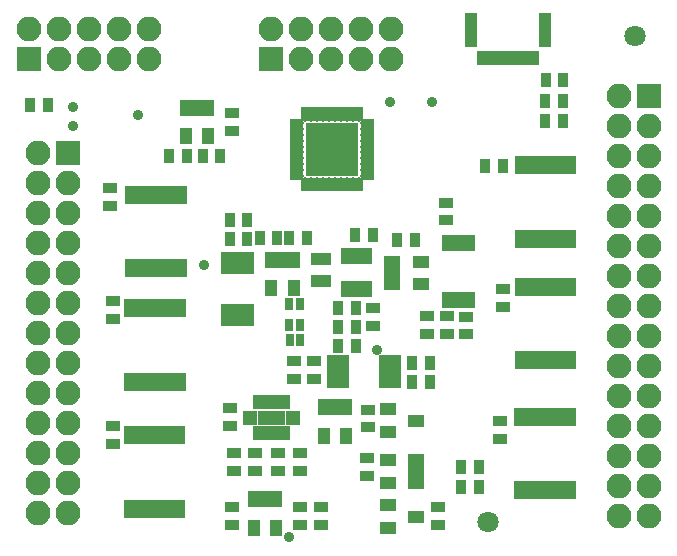
<source format=gts>
G04 #@! TF.FileFunction,Soldermask,Top*
%FSLAX46Y46*%
G04 Gerber Fmt 4.6, Leading zero omitted, Abs format (unit mm)*
G04 Created by KiCad (PCBNEW 4.0.1-stable) date 5/8/2017 10:12:07 PM*
%MOMM*%
G01*
G04 APERTURE LIST*
%ADD10C,0.100000*%
%ADD11R,2.100000X2.100000*%
%ADD12O,2.100000X2.100000*%
%ADD13C,1.797000*%
%ADD14C,0.908000*%
%ADD15R,0.750000X1.600000*%
%ADD16R,1.110000X0.680000*%
%ADD17R,0.680000X1.110000*%
%ADD18C,0.680000*%
%ADD19R,1.550000X1.550000*%
%ADD20R,4.500000X4.500000*%
%ADD21R,1.300000X0.640000*%
%ADD22R,0.640000X1.300000*%
%ADD23R,2.300000X1.300000*%
%ADD24R,1.150000X1.300000*%
%ADD25R,1.400000X1.100000*%
%ADD26R,1.100000X1.400000*%
%ADD27R,1.850000X0.850000*%
%ADD28R,0.850000X1.850000*%
%ADD29R,1.300000X0.900000*%
%ADD30R,0.900000X1.300000*%
%ADD31R,0.800000X1.400000*%
%ADD32R,1.700000X1.100000*%
%ADD33R,0.810000X1.420000*%
%ADD34R,0.800000X1.000000*%
%ADD35R,0.730000X1.200000*%
%ADD36R,1.000000X3.000000*%
G04 APERTURE END LIST*
D10*
D11*
X25875000Y17600000D03*
D12*
X23335000Y17600000D03*
X25875000Y15060000D03*
X23335000Y15060000D03*
X25875000Y12520000D03*
X23335000Y12520000D03*
X25875000Y9980000D03*
X23335000Y9980000D03*
X25875000Y7440000D03*
X23335000Y7440000D03*
X25875000Y4900000D03*
X23335000Y4900000D03*
X25875000Y2360000D03*
X23335000Y2360000D03*
X25875000Y-180000D03*
X23335000Y-180000D03*
X25875000Y-2720000D03*
X23335000Y-2720000D03*
X25875000Y-5260000D03*
X23335000Y-5260000D03*
X25875000Y-7800000D03*
X23335000Y-7800000D03*
X25875000Y-10340000D03*
X23335000Y-10340000D03*
X25875000Y-12880000D03*
X23335000Y-12880000D03*
X25875000Y-15420000D03*
X23335000Y-15420000D03*
X25875000Y-17960000D03*
X23335000Y-17960000D03*
D11*
X-23325000Y12800000D03*
D12*
X-25865000Y12800000D03*
X-23325000Y10260000D03*
X-25865000Y10260000D03*
X-23325000Y7720000D03*
X-25865000Y7720000D03*
X-23325000Y5180000D03*
X-25865000Y5180000D03*
X-23325000Y2640000D03*
X-25865000Y2640000D03*
X-23325000Y100000D03*
X-25865000Y100000D03*
X-23325000Y-2440000D03*
X-25865000Y-2440000D03*
X-23325000Y-4980000D03*
X-25865000Y-4980000D03*
X-23325000Y-7520000D03*
X-25865000Y-7520000D03*
X-23325000Y-10060000D03*
X-25865000Y-10060000D03*
X-23325000Y-12600000D03*
X-25865000Y-12600000D03*
X-23325000Y-15140000D03*
X-25865000Y-15140000D03*
X-23325000Y-17680000D03*
X-25865000Y-17680000D03*
D13*
X12217400Y-18415000D03*
D14*
X-4589200Y-19737600D03*
D15*
X-18161000Y3073400D03*
X-17511000Y3073400D03*
X-16861000Y3073400D03*
X-16211000Y3073400D03*
X-15561000Y3073400D03*
X-14911000Y3073400D03*
X-14261000Y3073400D03*
X-13611000Y3073400D03*
X-13611000Y9273400D03*
X-14261000Y9273400D03*
X-14911000Y9273400D03*
X-15561000Y9273400D03*
X-16211000Y9273400D03*
X-16861000Y9273400D03*
X-17511000Y9273400D03*
X-18161000Y9273400D03*
X-18208300Y-6542900D03*
X-17558300Y-6542900D03*
X-16908300Y-6542900D03*
X-16258300Y-6542900D03*
X-15608300Y-6542900D03*
X-14958300Y-6542900D03*
X-14308300Y-6542900D03*
X-13658300Y-6542900D03*
X-13658300Y-342900D03*
X-14308300Y-342900D03*
X-14958300Y-342900D03*
X-15608300Y-342900D03*
X-16258300Y-342900D03*
X-16908300Y-342900D03*
X-17558300Y-342900D03*
X-18208300Y-342900D03*
X-18262600Y-17297400D03*
X-17612600Y-17297400D03*
X-16962600Y-17297400D03*
X-16312600Y-17297400D03*
X-15662600Y-17297400D03*
X-15012600Y-17297400D03*
X-14362600Y-17297400D03*
X-13712600Y-17297400D03*
X-13712600Y-11097400D03*
X-14362600Y-11097400D03*
X-15012600Y-11097400D03*
X-15662600Y-11097400D03*
X-16312600Y-11097400D03*
X-16962600Y-11097400D03*
X-17612600Y-11097400D03*
X-18262600Y-11097400D03*
D16*
X-4010200Y15356400D03*
X-4010200Y14856400D03*
X-4010200Y14356400D03*
X-4010200Y13856400D03*
X-4010200Y13356400D03*
X-4010200Y12856400D03*
X-4010200Y12356400D03*
X-4010200Y11856400D03*
X-4010200Y11356400D03*
X-4010200Y10856400D03*
D17*
X-3215200Y10061400D03*
X-2715200Y10061400D03*
X-2215200Y10061400D03*
X-1715200Y10061400D03*
X-1215200Y10061400D03*
X-715200Y10061400D03*
X-215200Y10061400D03*
X284800Y10061400D03*
X784800Y10061400D03*
X1284800Y10061400D03*
D16*
X2079800Y10856400D03*
X2079800Y11356400D03*
X2079800Y11856400D03*
X2079800Y12356400D03*
X2079800Y12856400D03*
X2079800Y13356400D03*
X2079800Y13856400D03*
X2079800Y14356400D03*
X2079800Y14856400D03*
X2079800Y15356400D03*
D17*
X1284800Y16151400D03*
X784800Y16151400D03*
X284800Y16151400D03*
X-215200Y16151400D03*
X-715200Y16151400D03*
X-1215200Y16151400D03*
X-1715200Y16151400D03*
X-2215200Y16151400D03*
X-2715200Y16151400D03*
X-3215200Y16151400D03*
D18*
X1724800Y10856400D03*
X1724800Y11356400D03*
X1724800Y11856400D03*
X1724800Y12356400D03*
X1724800Y12856400D03*
X1724800Y13356400D03*
X1724800Y13856400D03*
X1724800Y14356400D03*
X1724800Y14856400D03*
X1724800Y15356400D03*
X1284800Y15796400D03*
X784800Y15796400D03*
X284800Y15796400D03*
X-215200Y15796400D03*
X-715200Y15796400D03*
X-1215200Y15796400D03*
X-1715200Y15796400D03*
X-2215200Y15796400D03*
X-2715200Y15796400D03*
X-3215200Y15796400D03*
X-3655200Y15356400D03*
X-3655200Y14856400D03*
X-3655200Y14356400D03*
X-3655200Y13856400D03*
X-3655200Y13356400D03*
X-3655200Y12856400D03*
X-3655200Y12356400D03*
X-3655200Y11856400D03*
X-3655200Y11356400D03*
X-3655200Y10856400D03*
X-3215200Y10416400D03*
X-2715200Y10416400D03*
X-2215200Y10416400D03*
X-1715200Y10416400D03*
X-1215200Y10416400D03*
X-715200Y10416400D03*
X-215200Y10416400D03*
X284800Y10416400D03*
X784800Y10416400D03*
X1284800Y10416400D03*
D19*
X-965200Y13106400D03*
X-965200Y14556400D03*
X-965200Y11656400D03*
X-2415200Y11656400D03*
X-2415200Y13106400D03*
X-2415200Y14556400D03*
X484800Y14556400D03*
X484800Y13106400D03*
X484800Y11656400D03*
D20*
X-965200Y13106400D03*
D15*
X14843760Y5552440D03*
X15493760Y5552440D03*
X16143760Y5552440D03*
X16793760Y5552440D03*
X17443760Y5552440D03*
X18093760Y5552440D03*
X18743760Y5552440D03*
X19393760Y5552440D03*
X19393760Y11752440D03*
X18743760Y11752440D03*
X18093760Y11752440D03*
X17443760Y11752440D03*
X16793760Y11752440D03*
X16143760Y11752440D03*
X15493760Y11752440D03*
X14843760Y11752440D03*
D21*
X-7891150Y-9846079D03*
D22*
X-7341150Y-10896079D03*
X-6841150Y-10896079D03*
X-6341150Y-10896079D03*
X-5841150Y-10896079D03*
X-5341150Y-10896079D03*
X-4841150Y-10896079D03*
D21*
X-4291150Y-9846079D03*
X-4291150Y-9346079D03*
D22*
X-4841150Y-8296079D03*
X-5341150Y-8296079D03*
X-5841150Y-8296079D03*
X-6341150Y-8296079D03*
X-6841150Y-8296079D03*
X-7341150Y-8296079D03*
D21*
X-7891150Y-9346079D03*
D23*
X-6091150Y-9596079D03*
D24*
X-6666150Y-9596079D03*
X-5516150Y-9596079D03*
D15*
X14843760Y-4759960D03*
X15493760Y-4759960D03*
X16143760Y-4759960D03*
X16793760Y-4759960D03*
X17443760Y-4759960D03*
X18093760Y-4759960D03*
X18743760Y-4759960D03*
X19393760Y-4759960D03*
X19393760Y1440040D03*
X18743760Y1440040D03*
X18093760Y1440040D03*
X17443760Y1440040D03*
X16793760Y1440040D03*
X16143760Y1440040D03*
X15493760Y1440040D03*
X14843760Y1440040D03*
X14782800Y-15768320D03*
X15432800Y-15768320D03*
X16082800Y-15768320D03*
X16732800Y-15768320D03*
X17382800Y-15768320D03*
X18032800Y-15768320D03*
X18682800Y-15768320D03*
X19332800Y-15768320D03*
X19332800Y-9568320D03*
X18682800Y-9568320D03*
X18032800Y-9568320D03*
X17382800Y-9568320D03*
X16732800Y-9568320D03*
X16082800Y-9568320D03*
X15432800Y-9568320D03*
X14782800Y-9568320D03*
D25*
X6179820Y-9860280D03*
X3779820Y-8910280D03*
X3779820Y-10810280D03*
D26*
X-12404800Y16654600D03*
X-11454800Y16654600D03*
X-13354800Y16654600D03*
X-13354800Y14254600D03*
X-11454800Y14254600D03*
D25*
X4148800Y2634420D03*
X4148800Y3584420D03*
X4148800Y1684420D03*
X6548800Y1684420D03*
X6548800Y3584420D03*
D26*
X-694180Y-8716280D03*
X255820Y-8716280D03*
X-1644180Y-8716280D03*
X-1644180Y-11116280D03*
X255820Y-11116280D03*
X-5141700Y3784300D03*
X-4191700Y3784300D03*
X-6091700Y3784300D03*
X-6091700Y1384300D03*
X-4191700Y1384300D03*
D25*
X6179820Y-14178280D03*
X6179820Y-15128280D03*
X6179820Y-13228280D03*
X3779820Y-13228280D03*
X3779820Y-15128280D03*
D26*
X-6616700Y-16510000D03*
X-5666700Y-16510000D03*
X-7566700Y-16510000D03*
X-7566700Y-18910000D03*
X-5666700Y-18910000D03*
D27*
X3925820Y-6708480D03*
X3925820Y-6058480D03*
X3925820Y-5408480D03*
X3925820Y-4758480D03*
X-474180Y-4758480D03*
X-474180Y-5408480D03*
X-474180Y-6058480D03*
X-474180Y-6708480D03*
D28*
X-7983580Y3452220D03*
X-8633580Y3452220D03*
X-9283580Y3452220D03*
X-9933580Y3452220D03*
X-9933580Y-947780D03*
X-9283580Y-947780D03*
X-8633580Y-947780D03*
X-7983580Y-947780D03*
D29*
X-9282460Y-12626880D03*
X-9282460Y-14126880D03*
X-5552460Y-12626880D03*
X-5552460Y-14126880D03*
X-3632460Y-12626880D03*
X-3632460Y-14126880D03*
X-7452460Y-12626880D03*
X-7452460Y-14126880D03*
D30*
X9968800Y-15468600D03*
X11468800Y-15468600D03*
X9943400Y-13792200D03*
X11443400Y-13792200D03*
D31*
X110800Y1324420D03*
X760800Y1324420D03*
X1410800Y1324420D03*
X2060800Y1324420D03*
X2060800Y4124420D03*
X1410800Y4124420D03*
X760800Y4124420D03*
X110800Y4124420D03*
D29*
X-19723100Y9817800D03*
X-19723100Y8317800D03*
X-1905000Y-18682400D03*
X-1905000Y-17182400D03*
X-3639820Y-17164620D03*
X-3639820Y-18664620D03*
D30*
X-14731600Y12551200D03*
X-13231600Y12551200D03*
X-10424900Y12538500D03*
X-11924900Y12538500D03*
D29*
X-9447700Y16158700D03*
X-9447700Y14658700D03*
X-9448800Y-18707800D03*
X-9448800Y-17207800D03*
D14*
X-17349200Y16032400D03*
X2890800Y-3907600D03*
X-22899200Y16672400D03*
X-22899200Y15112400D03*
X3990800Y17162400D03*
X7530800Y17132400D03*
D29*
X-19507200Y-1219900D03*
X-19507200Y280100D03*
X-19532600Y-11799000D03*
X-19532600Y-10299000D03*
X1986280Y-14557440D03*
X1986280Y-13057440D03*
D30*
X13510800Y11672400D03*
X12010800Y11672400D03*
X6048800Y5404420D03*
X4548800Y5404420D03*
D29*
X13512800Y1283400D03*
X13512800Y-216600D03*
X13274040Y-9887520D03*
X13274040Y-11387520D03*
D30*
X18565800Y15512400D03*
X17065800Y15512400D03*
X17115800Y18962400D03*
X18615800Y18962400D03*
X18590800Y17187400D03*
X17090800Y17187400D03*
X5818440Y-6598920D03*
X7318440Y-6598920D03*
X5809660Y-4962280D03*
X7309660Y-4962280D03*
D29*
X2045820Y-10426280D03*
X2045820Y-8926280D03*
X-4170680Y-6332920D03*
X-4170680Y-4832920D03*
D30*
X-8117140Y7157720D03*
X-9617140Y7157720D03*
X-8127300Y5557520D03*
X-9627300Y5557520D03*
X1000800Y5904420D03*
X2500800Y5904420D03*
X-4582860Y5590540D03*
X-3082860Y5590540D03*
D29*
X2534920Y-357440D03*
X2534920Y-1857440D03*
X-2524760Y-4812600D03*
X-2524760Y-6312600D03*
D32*
X-1892300Y1930360D03*
X-1892300Y3830360D03*
D30*
X-7082220Y5590540D03*
X-5582220Y5590540D03*
X1054800Y-1943100D03*
X-445200Y-1943100D03*
X-432500Y-309880D03*
X1067500Y-309880D03*
D29*
X-9606280Y-8797860D03*
X-9606280Y-10297860D03*
D30*
X-25031000Y16840200D03*
X-26531000Y16840200D03*
D29*
X7086600Y-2528000D03*
X7086600Y-1028000D03*
X8650800Y8592400D03*
X8650800Y7092400D03*
X10414000Y-1053400D03*
X10414000Y-2553400D03*
X8737600Y-2528000D03*
X8737600Y-1028000D03*
D33*
X8763000Y381000D03*
X9413000Y381000D03*
X10063000Y381000D03*
X10713000Y381000D03*
X10713000Y5181000D03*
X10063000Y5181000D03*
X9413000Y5181000D03*
X8763000Y5181000D03*
D13*
X24663400Y22733000D03*
D25*
X6170800Y-17987600D03*
X3770800Y-17037600D03*
X3770800Y-18937600D03*
D29*
X8050800Y-17167600D03*
X8050800Y-18667600D03*
D34*
X-3689200Y12400D03*
X-4589200Y12400D03*
D30*
X1060800Y-3557600D03*
X-439200Y-3557600D03*
D34*
X-4559200Y-2987600D03*
X-3659200Y-2987600D03*
X-4579200Y-1757600D03*
X-3679200Y-1757600D03*
D35*
X16190800Y20887400D03*
X15690800Y20887400D03*
X15190800Y20887400D03*
X14690800Y20887400D03*
X14190800Y20887400D03*
X13690800Y20887400D03*
X13190800Y20887400D03*
X12690800Y20887400D03*
X12190800Y20887400D03*
X11690800Y20887400D03*
D36*
X17090800Y23187400D03*
X10790800Y23187400D03*
D11*
X-26654200Y20730000D03*
D12*
X-26654200Y23270000D03*
X-24114200Y20730000D03*
X-24114200Y23270000D03*
X-21574200Y20730000D03*
X-21574200Y23270000D03*
X-19034200Y20730000D03*
X-19034200Y23270000D03*
X-16494200Y20730000D03*
X-16494200Y23270000D03*
D11*
X-6104200Y20730000D03*
D12*
X-6104200Y23270000D03*
X-3564200Y20730000D03*
X-3564200Y23270000D03*
X-1024200Y20730000D03*
X-1024200Y23270000D03*
X1515800Y20730000D03*
X1515800Y23270000D03*
X4055800Y20730000D03*
X4055800Y23270000D03*
D14*
X-11799200Y3362400D03*
M02*

</source>
